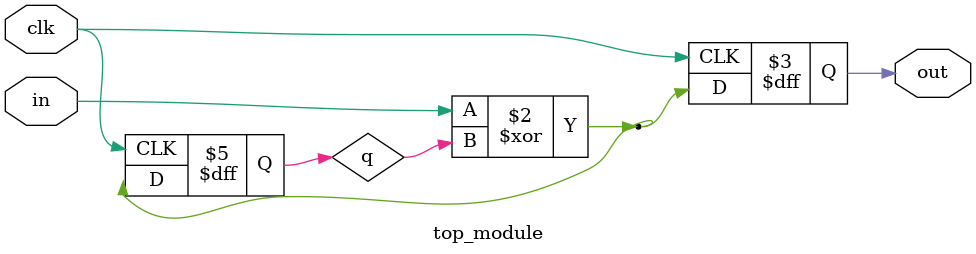
<source format=v>
module top_module (
    input clk,
    input in, 
    output out);

    wire d, q;

    always @(posedge clk) begin
        d = in ^ q;
        q = d;
        out = q; 
    end

endmodule

</source>
